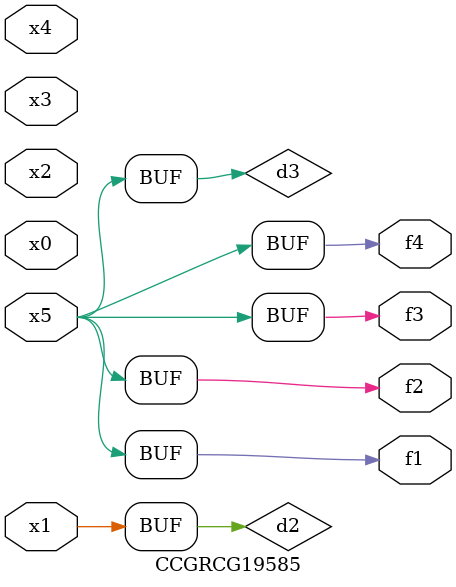
<source format=v>
module CCGRCG19585(
	input x0, x1, x2, x3, x4, x5,
	output f1, f2, f3, f4
);

	wire d1, d2, d3;

	not (d1, x5);
	or (d2, x1);
	xnor (d3, d1);
	assign f1 = d3;
	assign f2 = d3;
	assign f3 = d3;
	assign f4 = d3;
endmodule

</source>
